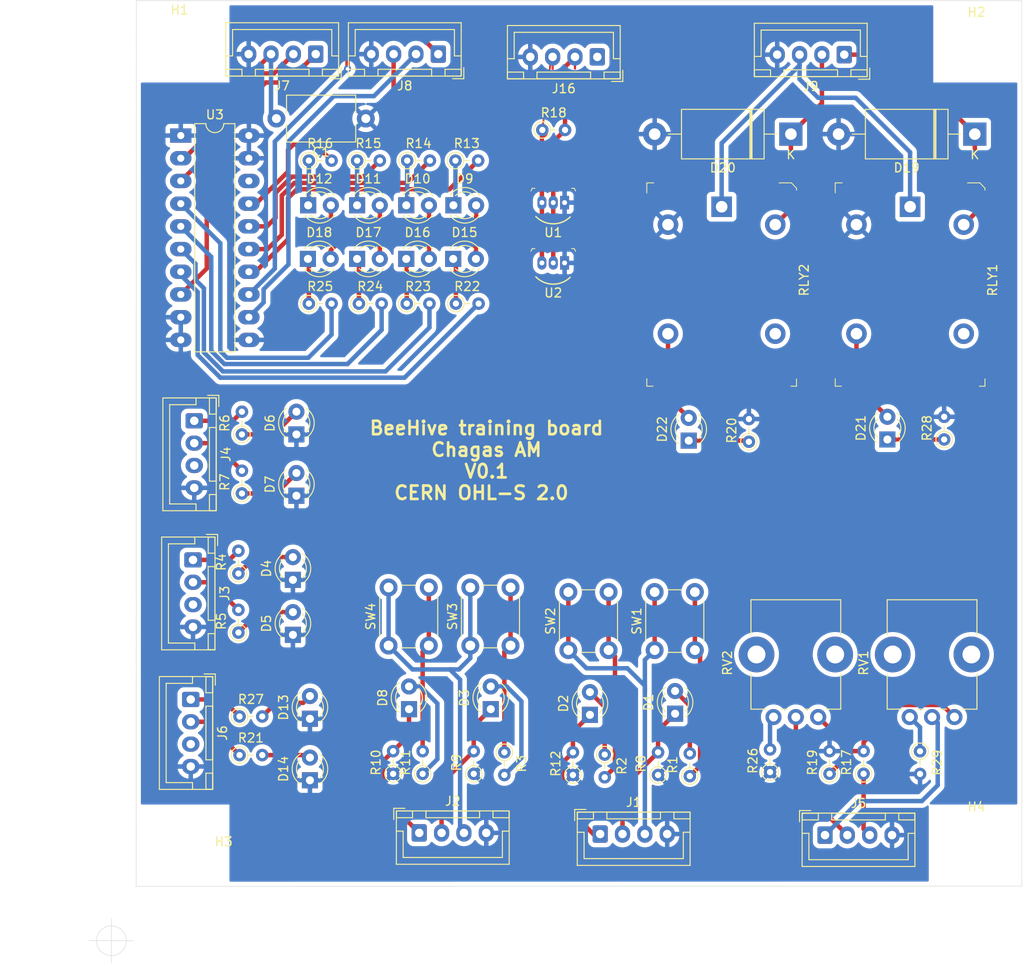
<source format=kicad_pcb>
(kicad_pcb (version 20211014) (generator pcbnew)
  (layers (0 "F.Cu" signal) (31 "B.Cu" signal) (34 "B.Paste" user) (35 "F.Paste" user) (36 "B.SilkS" user "B.Silkscreen") (37 "F.SilkS" user "F.Silkscreen") (38 "B.Mask" user) (39 "F.Mask" user) (44 "Edge.Cuts" user))
  (net 0 "")
  (net 1 "Net-(D1-Pad1)")
  (net 2 "Net-(D2-Pad1)")
  (net 3 "Net-(D2-Pad2)")
  (net 4 "Net-(D3-Pad1)")
  (net 5 "Net-(D3-Pad2)")
  (net 6 "GND")
  (net 7 "Net-(D4-Pad2)")
  (net 8 "Net-(D5-Pad2)")
  (net 9 "Net-(D6-Pad2)")
  (net 10 "Net-(D7-Pad2)")
  (net 11 "Net-(D8-Pad1)")
  (net 12 "Net-(D8-Pad2)")
  (net 13 "Net-(D9-Pad1)")
  (net 14 "Net-(D11-Pad1)")
  (net 15 "Net-(D13-Pad2)")
  (net 16 "Net-(J6-Pad2)")
  (net 17 "Net-(J6-Pad1)")
  (net 18 "Net-(D14-Pad2)")
  (net 19 "Net-(D15-Pad1)")
  (net 20 "Net-(D16-Pad1)")
  (net 21 "Net-(D17-Pad1)")
  (net 22 "+5V")
  (net 23 "Net-(J3-Pad2)")
  (net 24 "Net-(J3-Pad1)")
  (net 25 "Net-(J4-Pad1)")
  (net 26 "Net-(J4-Pad2)")
  (net 27 "Net-(J5-Pad1)")
  (net 28 "Net-(J5-Pad2)")
  (net 29 "Net-(J7-Pad1)")
  (net 30 "Net-(J8-Pad1)")
  (net 31 "Net-(R1-Pad1)")
  (net 32 "Net-(R2-Pad2)")
  (net 33 "Net-(R17-Pad2)")
  (net 35 "Net-(J16-Pad2)")
  (net 36 "Net-(R26-Pad2)")
  (net 39 "Net-(D1-Pad2)")
  (net 40 "Net-(D21-Pad1)")
  (net 41 "Net-(D21-Pad2)")
  (net 42 "Net-(D22-Pad2)")
  (net 43 "Net-(D22-Pad1)")
  (net 44 "Net-(J7-Pad2)")
  (net 45 "Net-(J8-Pad2)")
  (net 47 "Net-(D10-Pad1)")
  (net 48 "Net-(D12-Pad1)")
  (net 49 "Net-(R3-Pad1)")
  (net 50 "Net-(R11-Pad2)")
  (net 51 "Net-(D19-Pad1)")
  (net 52 "Net-(D20-Pad1)")
  (net 53 "Net-(D18-Pad1)")
  (net 54 "Net-(R13-Pad2)")
  (net 55 "Net-(R14-Pad2)")
  (net 56 "Net-(R15-Pad2)")
  (net 57 "Net-(R16-Pad2)")
  (net 58 "Net-(R22-Pad2)")
  (net 59 "Net-(R23-Pad2)")
  (net 60 "Net-(R24-Pad2)")
  (net 61 "Net-(R25-Pad2)")
  (net 62 "Net-(RV1-Pad3)")
  (footprint "LED_THT:LED_D3.0mm" (layer "F.Cu") (at 97.099 100.076 90)
    (fp_text reference "D1")
    (fp_text value "LED")
  )
  (footprint "LED_THT:LED_D3.0mm" (layer "F.Cu") (at 76.478 99.568 90)
    (fp_text reference "D3")
    (fp_text value "LED")
  )
  (footprint "LED_THT:LED_D3.0mm" (layer "F.Cu") (at 54.346 85.103 90)
    (fp_text reference "D4")
    (fp_text value "LED")
  )
  (footprint "LED_THT:LED_D3.0mm" (layer "F.Cu") (at 54.346 91.254 90)
    (fp_text reference "D5")
    (fp_text value "LED")
  )
  (footprint "LED_THT:LED_D3.0mm" (layer "F.Cu") (at 54.737 68.834 90)
    (fp_text reference "D6")
    (fp_text value "LED")
  )
  (footprint "LED_THT:LED_D3.0mm" (layer "F.Cu") (at 54.737 75.692 90)
    (fp_text reference "D7")
    (fp_text value "LED")
  )
  (footprint "LED_THT:LED_D3.0mm" (layer "F.Cu") (at 67.334 99.568 90)
    (fp_text reference "D8")
    (fp_text value "LED")
  )
  (footprint "LED_THT:LED_D3.0mm" (layer "F.Cu") (at 72.3 43.2)
    (fp_text reference "D9")
    (fp_text value "LED")
  )
  (footprint "LED_THT:LED_D3.0mm" (layer "F.Cu") (at 67.025 43.2)
    (fp_text reference "D10")
    (fp_text value "LED")
  )
  (footprint "LED_THT:LED_D3.0mm" (layer "F.Cu") (at 61.525 43.2)
    (fp_text reference "D11")
    (fp_text value "LED")
  )
  (footprint "LED_THT:LED_D3.0mm" (layer "F.Cu") (at 56.05 43.2)
    (fp_text reference "D12")
    (fp_text value "LED")
  )
  (footprint "LED_THT:LED_D3.0mm" (layer "F.Cu") (at 56.25 100.642 90)
    (fp_text reference "D13")
    (fp_text value "LED")
  )
  (footprint "LED_THT:LED_D3.0mm" (layer "F.Cu") (at 56.25 107.525 90)
    (fp_text reference "D14")
    (fp_text value "LED")
  )
  (footprint "LED_THT:LED_D3.0mm" (layer "F.Cu") (at 72.275 49.2)
    (fp_text reference "D15")
    (fp_text value "LED")
  )
  (footprint "LED_THT:LED_D3.0mm" (layer "F.Cu") (at 67.025 49.2)
    (fp_text reference "D16")
    (fp_text value "LED")
  )
  (footprint "LED_THT:LED_D3.0mm" (layer "F.Cu") (at 61.525 49.2)
    (fp_text reference "D17")
    (fp_text value "LED")
  )
  (footprint "LED_THT:LED_D3.0mm" (layer "F.Cu") (at 56.025 49.2)
    (fp_text reference "D18")
    (fp_text value "LED")
  )
  (footprint "Connector_JST:JST_XH_B4B-XH-A_1x04_P2.50mm_Vertical" (layer "F.Cu") (at 88.717 113.538)
    (fp_text reference "J1")
    (fp_text value "Conn_01x04")
  )
  (footprint "Connector_JST:JST_XH_B4B-XH-A_1x04_P2.50mm_Vertical" (layer "F.Cu") (at 68.477 113.411)
    (fp_text reference "J2")
    (fp_text value "Conn_01x04")
  )
  (footprint "Connector_JST:JST_XH_B4B-XH-A_1x04_P2.50mm_Vertical" (layer "F.Cu") (at 43.17 82.872 -90)
    (fp_text reference "J3")
    (fp_text value "Conn_01x04")
  )
  (footprint "Connector_JST:JST_XH_B4B-XH-A_1x04_P2.50mm_Vertical" (layer "F.Cu") (at 43.307 67.31 -90)
    (fp_text reference "J4")
    (fp_text value "Conn_01x04")
  )
  (footprint "Connector_JST:JST_XH_B4B-XH-A_1x04_P2.50mm_Vertical" (layer "F.Cu") (at 113.869999 113.657999)
    (fp_text reference "J5")
    (fp_text value "Conn_01x04")
  )
  (footprint "Resistor_THT:R_Axial_DIN0204_L3.6mm_D1.6mm_P2.54mm_Vertical" (layer "F.Cu") (at 98.75 107.061 90)
    (fp_text reference "R1")
    (fp_text value "220")
  )
  (footprint "Resistor_THT:R_Axial_DIN0204_L3.6mm_D1.6mm_P2.54mm_Vertical" (layer "F.Cu") (at 89.225 104.648 -90)
    (fp_text reference "R2")
    (fp_text value "220")
  )
  (footprint "Resistor_THT:R_Axial_DIN0204_L3.6mm_D1.6mm_P2.54mm_Vertical" (layer "F.Cu") (at 78.002 104.394 -90)
    (fp_text reference "R3")
    (fp_text value "220")
  )
  (footprint "Resistor_THT:R_Axial_DIN0204_L3.6mm_D1.6mm_P2.54mm_Vertical" (layer "F.Cu") (at 48.25 84.396 90)
    (fp_text reference "R4")
    (fp_text value "220")
  )
  (footprint "Resistor_THT:R_Axial_DIN0204_L3.6mm_D1.6mm_P2.54mm_Vertical" (layer "F.Cu") (at 48.25 91 90)
    (fp_text reference "R5")
    (fp_text value "220")
  )
  (footprint "Resistor_THT:R_Axial_DIN0204_L3.6mm_D1.6mm_P2.54mm_Vertical" (layer "F.Cu") (at 48.641 68.834 90)
    (fp_text reference "R6")
    (fp_text value "220")
  )
  (footprint "Resistor_THT:R_Axial_DIN0204_L3.6mm_D1.6mm_P2.54mm_Vertical" (layer "F.Cu") (at 48.641 75.438 90)
    (fp_text reference "R7")
    (fp_text value "220")
  )
  (footprint "Resistor_THT:R_Axial_DIN0204_L3.6mm_D1.6mm_P2.54mm_Vertical" (layer "F.Cu") (at 95.194 106.934 90)
    (fp_text reference "R8")
    (fp_text value "1k")
  )
  (footprint "Resistor_THT:R_Axial_DIN0204_L3.6mm_D1.6mm_P2.54mm_Vertical" (layer "F.Cu") (at 74.573 106.807 90)
    (fp_text reference "R9")
    (fp_text value "1k")
  )
  (footprint "Resistor_THT:R_Axial_DIN0204_L3.6mm_D1.6mm_P2.54mm_Vertical" (layer "F.Cu") (at 65.556 106.807 90)
    (fp_text reference "R10")
    (fp_text value "1k")
  )
  (footprint "Resistor_THT:R_Axial_DIN0204_L3.6mm_D1.6mm_P2.54mm_Vertical" (layer "F.Cu") (at 68.858 106.807 90)
    (fp_text reference "R11")
    (fp_text value "220")
  )
  (footprint "Resistor_THT:R_Axial_DIN0204_L3.6mm_D1.6mm_P2.54mm_Vertical" (layer "F.Cu") (at 85.669 106.934 90)
    (fp_text reference "R12")
    (fp_text value "1k")
  )
  (footprint "Resistor_THT:R_Axial_DIN0204_L3.6mm_D1.6mm_P2.54mm_Vertical" (layer "F.Cu") (at 72.53 38.2)
    (fp_text reference "R13")
    (fp_text value "560")
  )
  (footprint "Resistor_THT:R_Axial_DIN0204_L3.6mm_D1.6mm_P2.54mm_Vertical" (layer "F.Cu") (at 67.13 38.2)
    (fp_text reference "R14")
    (fp_text value "560")
  )
  (footprint "Resistor_THT:R_Axial_DIN0204_L3.6mm_D1.6mm_P2.54mm_Vertical" (layer "F.Cu") (at 61.53 38.2)
    (fp_text reference "R15")
    (fp_text value "560")
  )
  (footprint "Resistor_THT:R_Axial_DIN0204_L3.6mm_D1.6mm_P2.54mm_Vertical" (layer "F.Cu") (at 56.13 38.2)
    (fp_text reference "R16")
    (fp_text value "560")
  )
  (footprint "Resistor_THT:R_Axial_DIN0204_L3.6mm_D1.6mm_P2.54mm_Vertical" (layer "F.Cu") (at 118.187999 106.799999 90)
    (fp_text reference "R17")
    (fp_text value "220")
  )
  (footprint "Resistor_THT:R_Axial_DIN0204_L3.6mm_D1.6mm_P2.54mm_Vertical" (layer "F.Cu") (at 82.249 34.775)
    (fp_text reference "R18")
    (fp_text value "4.7k")
  )
  (footprint "Resistor_THT:R_Axial_DIN0204_L3.6mm_D1.6mm_P2.54mm_Vertical" (layer "F.Cu") (at 114.377999 106.799999 90)
    (fp_text reference "R19")
    (fp_text value "330")
  )
  (footprint "Resistor_THT:R_Axial_DIN0204_L3.6mm_D1.6mm_P2.54mm_Vertical" (layer "F.Cu") (at 105.356 69.654 90)
    (fp_text reference "R20")
    (fp_text value "560")
  )
  (footprint "Resistor_THT:R_Axial_DIN0204_L3.6mm_D1.6mm_P2.54mm_Vertical" (layer "F.Cu") (at 48.376 104.706)
    (fp_text reference "R21")
    (fp_text value "560")
  )
  (footprint "Resistor_THT:R_Axial_DIN0204_L3.6mm_D1.6mm_P2.54mm_Vertical" (layer "F.Cu") (at 72.58 54.2)
    (fp_text reference "R22")
    (fp_text value "560")
  )
  (footprint "Resistor_THT:R_Axial_DIN0204_L3.6mm_D1.6mm_P2.54mm_Vertical" (layer "F.Cu") (at 67.08 54.2)
    (fp_text reference "R23")
    (fp_text value "560")
  )
  (footprint "Resistor_THT:R_Axial_DIN0204_L3.6mm_D1.6mm_P2.54mm_Vertical" (layer "F.Cu") (at 61.73 54.2)
    (fp_text reference "R24")
    (fp_text value "560")
  )
  (footprint "Resistor_THT:R_Axial_DIN0204_L3.6mm_D1.6mm_P2.54mm_Vertical" (layer "F.Cu") (at 56.13 54.2)
    (fp_text reference "R25")
    (fp_text value "560")
  )
  (footprint "Potentiometer_THT:Potentiometer_Alps_RK09K_Single_Vertical" (layer "F.Cu") (at 128.347999 100.449999 90)
    (fp_text reference "RV1")
    (fp_text value "1k")
  )
  (footprint "Potentiometer_THT:Potentiometer_Alps_RK09K_Single_Vertical" (layer "F.Cu") (at 113.107999 100.449999 90)
    (fp_text reference "RV2")
    (fp_text value "1k")
  )
  (footprint "Button_Switch_THT:SW_PUSH_6mm" (layer "F.Cu") (at 94.813 92.964 90)
    (fp_text reference "SW1")
    (fp_text value "SW_Push")
  )
  (footprint "Button_Switch_THT:SW_PUSH_6mm" (layer "F.Cu") (at 85.161 92.964 90)
    (fp_text reference "SW2")
    (fp_text value "SW_Push")
  )
  (footprint "Button_Switch_THT:SW_PUSH_6mm" (layer "F.Cu") (at 74.192 92.456 90)
    (fp_text reference "SW3")
    (fp_text value "SW_Push")
  )
  (footprint "Button_Switch_THT:SW_PUSH_6mm" (layer "F.Cu") (at 65.048 92.456 90)
    (fp_text reference "SW4")
    (fp_text value "SW_Push")
  )
  (footprint "digikey-footprints:TO-92-3" (layer "F.Cu") (at 84.739 42.9 180)
    (fp_text reference "U1")
    (fp_text value "DS18S20_")
  )
  (footprint "digikey-footprints:TO-92-3" (layer "F.Cu") (at 84.739 49.65 180)
    (fp_text reference "U2")
    (fp_text value "DS18S20_")
  )
  (footprint "Connector_JST:JST_XH_B4B-XH-A_1x04_P2.50mm_Vertical" (layer "F.Cu") (at 88.4 26.6 180)
    (fp_text reference "J16")
    (fp_text value "Conn_01x04")
  )
  (footprint "Resistor_THT:R_Axial_DIN0204_L3.6mm_D1.6mm_P2.54mm_Vertical" (layer "F.Cu") (at 107.72 106.61 90)
    (fp_text reference "R26")
    (fp_text value "330")
  )
  (footprint "LED_THT:LED_D3.0mm" (layer "F.Cu") (at 87.574 100.203 90)
    (fp_text reference "D2")
    (fp_text value "LED")
  )
  (footprint "LED_THT:LED_D3.0mm" (layer "F.Cu") (at 120.85 69.4 90)
    (fp_text reference "D21")
    (fp_text value "LED")
  )
  (footprint "LED_THT:LED_D3.0mm" (layer "F.Cu") (at 98.625 69.527 90)
    (fp_text reference "D22")
    (fp_text value "LED")
  )
  (footprint "Connector_JST:JST_XH_B4B-XH-A_1x04_P2.50mm_Vertical" (layer "F.Cu") (at 56.896 26.289 180)
    (fp_text reference "J7")
    (fp_text value "Conn_01x04")
  )
  (footprint "Connector_JST:JST_XH_B4B-XH-A_1x04_P2.50mm_Vertical" (layer "F.Cu") (at 70.612 26.289 180)
    (fp_text reference "J8")
    (fp_text value "Conn_01x04")
  )
  (footprint "Connector_JST:JST_XH_B4B-XH-A_1x04_P2.50mm_Vertical" (layer "F.Cu") (at 116.024 26.347 180)
    (fp_text reference "J9")
    (fp_text value "Conn_01x04")
  )
  (footprint "Resistor_THT:R_Axial_DIN0204_L3.6mm_D1.6mm_P2.54mm_Vertical" (layer "F.Cu") (at 48.376 100.388)
    (fp_text reference "R27")
    (fp_text value "560")
  )
  (footprint "Resistor_THT:R_Axial_DIN0204_L3.6mm_D1.6mm_P2.54mm_Vertical" (layer "F.Cu") (at 127.2 69.4 90)
    (fp_text reference "R28")
    (fp_text value "560")
  )
  (footprint "digikey-footprints:Relay_THT_G5LE-14" (layer "F.Cu") (at 123.39 43.365 -90)
    (fp_text reference "RLY1")
    (fp_text value "G5LE-14_DC5")
  )
  (footprint "digikey-footprints:Relay_THT_G5LE-14" (layer "F.Cu") (at 102.308 43.365 -90)
    (fp_text reference "RLY2")
    (fp_text value "G5LE-14_DC5")
  )
  (footprint "Package_DIP:DIP-20_W7.62mm_LongPads" (layer "F.Cu") (at 41.8 35.4)
    (fp_text reference "U3")
    (fp_text value "TPIC6595")
  )
  (footprint "Connector_JST:JST_XH_B4B-XH-A_1x04_P2.50mm_Vertical" (layer "F.Cu") (at 42.915 98.483 -90)
    (fp_text reference "J6")
    (fp_text value "Conn_01x04")
  )
  (footprint "Diode_THT:D_DO-201AE_P15.24mm_Horizontal" (layer "F.Cu") (at 130.629 35.237 180)
    (fp_text reference "D19")
    (fp_text value "D_Schottky")
  )
  (footprint "Diode_THT:D_DO-201AE_P15.24mm_Horizontal" (layer "F.Cu") (at 110.055 35.237 180)
    (fp_text reference "D20")
    (fp_text value "D_Schottky")
  )
  (footprint "Resistor_THT:R_Axial_DIN0204_L3.6mm_D1.6mm_P2.54mm_Vertical" (layer "F.Cu") (at 124.5 104.28 -90)
    (fp_text reference "R29")
    (fp_text value "330")
  )
  (footprint "Capacitor_THT:C_Disc_D7.5mm_W5.0mm_P10.00mm" (layer "F.Cu") (at 62.5 33.5 180)
    (fp_text reference "C1")
    (fp_text value "100nf")
  )
  (footprint "MountingHole:MountingHole_3.2mm_M3_DIN965" (layer "F.Cu") (at 130.81 25.4)
    (fp_text reference "H2")
    (fp_text value "MountingHole")
  )
  (footprint "MountingHole:MountingHole_3.2mm_M3_DIN965" (layer "F.Cu") (at 41.91 114.3)
    (fp_text reference "H3")
    (fp_text value "MountingHole")
  )
  (footprint "MountingHole:MountingHole_3.2mm_M3_DIN965" (layer "F.Cu") (at 130.81 114.3)
    (fp_text reference "H4")
    (fp_text value "MountingHole")
  )
  (footprint "MountingHole:MountingHole_3.2mm_M3_DIN965" (layer "F.Cu") (at 41.656 25.146)
    (fp_text reference "H1")
    (fp_text value "MountingHole")
  )
  (gr_line (start 83.219 26.775) (end 82.249 34.775) (layer "F.Cu") (width 0.2))
  (gr_line (start 135.89 20.32) (end 36.83 20.32) (layer "Edge.Cuts") (width 0.05))
  (gr_line (start 135.89 119.38) (end 135.89 20.32) (layer "Edge.Cuts") (width 0.05))
  (gr_line (start 36.81 119.38) (end 135.89 119.36) (layer "Edge.Cuts") (width 0.05))
  (gr_line (start 36.83 20.3) (end 36.81 119.38) (layer "Edge.Cuts") (width 0.05))
  (gr_text "BeeHive training board\nChagas AM\nV0.1\nCERN OHL-S 2.0 " (at 76 71.75) (layer "F.SilkS") (effects (font (size 1.5 1.5) (thickness 0.3))))
  (target plus (at 34.036 125.476) (size 5) (width 0.05) (layer "Edge.Cuts"))
  (segment (start 95.194 104.394) (end 91.217 108.371) (width 0.5) (layer "F.Cu") (net 1))
  (segment (start 95.194 101.981) (end 97.099 100.076) (width 0.5) (layer "F.Cu") (net 1))
  (segment (start 95.194 104.394) (end 95.194 101.981) (width 0.5) (layer "F.Cu") (net 1))
  (segment (start 91.217 108.371) (end 91.217 113.538) (width 0.5) (layer "F.Cu") (net 1))
  (segment (start 87.955 113.538) (end 84.518999 110.101999) (width 0.5) (layer "F.Cu") (net 2))
  (segment (start 88.717 113.538) (end 87.955 113.538) (width 0.5) (layer "F.Cu") (net 2))
  (segment (start 84.518999 110.101999) (end 84.518999 105.544001) (width 0.5) (layer "F.Cu") (net 2))
  (segment (start 84.518999 105.544001) (end 85.669 104.394) (width 0.5) (layer "F.Cu") (net 2))
  (segment (start 85.669 102.108) (end 87.574 100.203) (width 0.5) (layer "F.Cu") (net 2))
  (segment (start 85.669 104.394) (end 85.669 102.108) (width 0.5) (layer "F.Cu") (net 2))
  (segment (start 89.225 99.314) (end 87.574 97.663) (width 0.5) (layer "F.Cu") (net 3))
  (segment (start 89.225 104.648) (end 89.225 99.314) (width 0.5) (layer "F.Cu") (net 3))
  (segment (start 74.573 104.267) (end 74.573 101.473) (width 0.5) (layer "F.Cu") (net 4))
  (segment (start 74.573 104.267) (end 70.977 107.863) (width 0.5) (layer "F.Cu") (net 4))
  (segment (start 74.573 101.473) (end 76.478 99.568) (width 0.5) (layer "F.Cu") (net 4))
  (segment (start 70.977 107.863) (end 70.977 113.411) (width 0.5) (layer "F.Cu") (net 4))
  (segment (start 76.478 97.028) (end 78.256 97.028) (width 0.5) (layer "B.Cu") (net 5))
  (segment (start 79.907 98.679) (end 79.907 105.029) (width 0.5) (layer "B.Cu") (net 5))
  (segment (start 79.907 105.029) (end 78.002 106.934) (width 0.5) (layer "B.Cu") (net 5))
  (segment (start 78.256 97.028) (end 79.907 98.679) (width 0.5) (layer "B.Cu") (net 5))
  (segment (start 54.346 82.563) (end 54.341 82.558) (width 0.5) (layer "F.Cu") (net 7))
  (segment (start 54.341 82.558) (end 50.088 82.558) (width 0.5) (layer "F.Cu") (net 7))
  (segment (start 50.088 82.558) (end 48.25 84.396) (width 0.5) (layer "F.Cu") (net 7))
  (segment (start 54.346 88.714) (end 50.536 88.714) (width 0.5) (layer "F.Cu") (net 8))
  (segment (start 50.536 88.714) (end 48.25 91) (width 0.5) (layer "F.Cu") (net 8))
  (segment (start 52.197 68.834) (end 54.737 66.294) (width 0.5) (layer "F.Cu") (net 9))
  (segment (start 48.641 68.834) (end 52.197 68.834) (width 0.5) (layer "F.Cu") (net 9))
  (segment (start 48.641 75.438) (end 52.451 75.438) (width 0.5) (layer "F.Cu") (net 10))
  (segment (start 52.451 75.438) (end 54.737 73.152) (width 0.5) (layer "F.Cu") (net 10))
  (segment (start 64.405999 109.339999) (end 68.477 113.411) (width 0.5) (layer "F.Cu") (net 11))
  (segment (start 67.334 99.568) (end 67.334 102.489) (width 0.5) (layer "F.Cu") (net 11))
  (segment (start 65.556 104.267) (end 64.405999 105.417001) (width 0.5) (layer "F.Cu") (net 11))
  (segment (start 67.334 102.489) (end 65.556 104.267) (width 0.5) (layer "F.Cu") (net 11))
  (segment (start 64.405999 105.417001) (end 64.405999 109.339999) (width 0.5) (layer "F.Cu") (net 11))
  (segment (start 67.334 99.568) (end 67.334 102.616) (width 0.25) (layer "F.Cu") (net 11))
  (segment (start 70.509 98.933) (end 70.509 105.156) (width 0.5) (layer "B.Cu") (net 12))
  (segment (start 67.334 97.028) (end 68.604 97.028) (width 0.5) (layer "B.Cu") (net 12))
  (segment (start 70.509 105.156) (end 68.858 106.807) (width 0.5) (layer "B.Cu") (net 12))
  (segment (start 68.604 97.028) (end 70.509 98.933) (width 0.5) (layer "B.Cu") (net 12))
  (segment (start 72.53 42.97) (end 72.3 43.2) (width 0.5) (layer "B.Cu") (net 13))
  (segment (start 72.53 38.2) (end 72.53 42.97) (width 0.5) (layer "B.Cu") (net 13))
  (segment (start 61.53 38.2) (end 61.53 43.195) (width 0.5) (layer "B.Cu") (net 14))
  (segment (start 61.53 43.195) (end 61.525 43.2) (width 0.5) (layer "B.Cu") (net 14))
  (segment (start 52.44 98.864) (end 55.488 98.864) (width 0.5) (layer "F.Cu") (net 15))
  (segment (start 50.916 100.388) (end 52.44 98.864) (width 0.5) (layer "F.Cu") (net 15))
  (segment (start 55.488 98.864) (end 56.25 98.102) (width 0.5) (layer "F.Cu") (net 15))
  (segment (start 44.653 100.983) (end 42.915 100.983) (width 0.5) (layer "F.Cu") (net 16))
  (segment (start 48.376 104.706) (end 44.653 100.983) (width 0.5) (layer "F.Cu") (net 16))
  (segment (start 42.915 98.483) (end 46.471 98.483) (width 0.5) (layer "F.Cu") (net 17))
  (segment (start 46.471 98.483) (end 48.376 100.388) (width 0.5) (layer "F.Cu") (net 17))
  (segment (start 50.916 104.706) (end 55.971 104.706) (width 0.5) (layer "F.Cu") (net 18))
  (segment (start 55.971 104.706) (end 56.25 104.985) (width 0.5) (layer "F.Cu") (net 18))
  (segment (start 72.58 54.2) (end 72.58 49.505) (width 0.5) (layer "F.Cu") (net 19))
  (segment (start 72.58 49.505) (end 72.275 49.2) (width 0.5) (layer "F.Cu") (net 19))
  (segment (start 67.08 54.2) (end 67.08 49.255) (width 0.5) (layer "F.Cu") (net 20))
  (segment (start 67.08 49.255) (end 67.025 49.2) (width 0.5) (layer "F.Cu") (net 20))
  (segment (start 61.73 54.2) (end 61.73 49.405) (width 0.5) (layer "F.Cu") (net 21))
  (segment (start 61.73 49.405) (end 61.525 49.2) (width 0.5) (layer "F.Cu") (net 21))
  (segment (start 78 37) (end 78 45) (width 0.5) (layer "F.Cu") (net 22))
  (segment (start 42.2 37.94) (end 44.704 35.436) (width 0.5) (layer "F.Cu") (net 22))
  (segment (start 75.5 34.5) (end 78 37) (width 0.5) (layer "F.Cu") (net 22))
  (segment (start 68.4 46) (end 67.792 46) (width 0.5) (layer "F.Cu") (net 22))
  (segment (start 82.199 49.65) (end 82.199 43.326516) (width 0.5) (layer "F.Cu") (net 22))
  (segment (start 82.199 43.326516) (end 82.197407 43.324923) (width 0.5) (layer "F.Cu") (net 22))
  (segment (start 74.84 43.2) (end 74.84 44.96) (width 0.5) (layer "F.Cu") (net 22))
  (segment (start 64.065 44.735) (end 64.065 43.2) (width 0.5) (layer "F.Cu") (net 22))
  (segment (start 72.924 46) (end 74.815 47.891) (width 0.5) (layer "F.Cu") (net 22))
  (segment (start 69.565 44.835) (end 68.4 46) (width 0.5) (layer "F.Cu") (net 22))
  (segment (start 65.6 46) (end 64.065 47.535) (width 0.5) (layer "F.Cu") (net 22))
  (segment (start 72.924 46) (end 68.4 46) (width 0.5) (layer "F.Cu") (net 22))
  (segment (start 83.4 27.95) (end 83.4 26.6) (width 0.25) (layer "F.Cu") (net 22))
  (segment (start 58.59 43.2) (end 58.59 44.79) (width 0.5) (layer "F.Cu") (net 22))
  (segment (start 74.84 44.96) (end 73.8 46) (width 0.5) (layer "F.Cu") (net 22))
  (segment (start 77 46) (end 73.8 46) (width 0.5) (layer "F.Cu") (net 22))
  (segment (start 44.704 35.436) (end 44.704 33.481) (width 0.5) (layer "F.Cu") (net 22))
  (segment (start 60.8 46) (end 58.565 48.235) (width 0.5) (layer "F.Cu") (net 22))
  (segment (start 73.8 46) (end 72.924 46) (width 0.5) (layer "F.Cu") (net 22))
  (segment (start 78 45) (end 77 46) (width 0.5) (layer "F.Cu") (net 22))
  (segment (start 70 34.5) (end 75.5 34.5) (width 0.5) (layer "F.Cu") (net 22))
  (segment (start 59.8 46) (end 60.8 46) (width 0.5) (layer "F.Cu") (net 22))
  (segment (start 118.187999 112.975999) (end 118.869999 113.657999) (width 0.5) (layer "F.Cu") (net 22))
  (segment (start 67.792 46) (end 68.352 46) (width 0.5) (layer "F.Cu") (net 22))
  (segment (start 85.161 86.464) (end 85.161 92.964) (width 0.5) (layer "F.Cu") (net 22))
  (segment (start 68.352 46) (end 69.565 47.213) (width 0.5) (layer "F.Cu") (net 22))
  (segment (start 69.565 47.213) (end 69.565 49.2) (width 0.5) (layer "F.Cu") (net 22))
  (segment (start 65.612 30.112) (end 70 34.5) (width 0.5) (layer "F.Cu") (net 22))
  (segment (start 58.59 44.79) (end 59.8 46) (width 0.5) (layer "F.Cu") (net 22))
  (segment (start 60.8 46) (end 62.8 46) (width 0.5) (layer "F.Cu") (net 22))
  (segment (start 65.612 26.289) (end 65.612 30.112) (width 0.5) (layer "F.Cu") (net 22))
  (segment (start 67.792 46) (end 66 46) (width 0.5) (layer "F.Cu") (net 22))
  (segment (start 44.704 33.481) (end 51.896 26.289) (width 0.5) (layer "F.Cu") (net 22))
  (segment (start 69.565 43.2) (end 69.565 44.835) (width 0.5) (layer "F.Cu") (net 22))
  (segment (start 82.199 42.9) (end 82.199 35.597162) (width 0.5) (layer "F.Cu") (net 22))
  (segment (start 41.8 37.94) (end 42.2 37.94) (width 0.5) (layer "F.Cu") (net 22))
  (segment (start 74.815 47.891) (end 74.815 49.2) (width 0.5) (layer "F.Cu") (net 22))
  (segment (start 58.565 48.235) (end 58.565 49.2) (width 0.5) (layer "F.Cu") (net 22))
  (segment (start 64.065 47.535) (end 64.065 49.2) (width 0.5) (layer "F.Cu") (net 22))
  (segment (start 62.8 46) (end 64.065 44.735) (width 0.5) (layer "F.Cu") (net 22))
  (segment (start 82.199 35.597162) (end 82.588268 35.207894) (width 0.5) (layer "F.Cu") (net 22))
  (segment (start 118.187999 106.799999) (end 118.187999 112.975999) (width 0.5) (layer "F.Cu") (net 22))
  (segment (start 66 46) (end 65.6 46) (width 0.5) (layer "F.Cu") (net 22))
  (segment (start 94.813 86.464) (end 94.813 92.964) (width 0.5) (layer "F.Cu") (net 22))
  (segment (start 66 46) (end 62.8 46) (width 0.5) (layer "F.Cu") (net 22))
  (segment (start 87.193 94.996) (end 85.161 92.964) (width 0.5) (layer "B.Cu") (net 22))
  (segment (start 71.906 95.123) (end 67.715 95.123) (width 0.5) (layer "B.Cu") (net 22))
  (segment (start 74.192 92.456) (end 74.192 85.956) (width 0.5) (layer "B.Cu") (net 22))
  (segment (start 93.717 113.538) (end 93.717 97.616) (width 0.5) (layer "B.Cu") (net 22))
  (segment (start 93.717 97.616) (end 93.717 96.948) (width 0.5) (layer "B.Cu") (net 22))
  (segment (start 111.024 27.537) (end 102.308 36.253) (width 0.5) (layer "B.Cu") (net 22))
  (segment (start 51.896 26.289) (end 51.896 32.896) (width 0.5) (layer "B.Cu") (net 22))
  (segment (start 73.477 113.411) (end 73.049 112.983) (width 0.5) (layer "B.Cu") (net 22))
  (segment (start 123.39 37.269) (end 123.39 43.365) (width 0.5) (layer "B.Cu") (net 22))
  (segment (start 93.717 96.44) (end 93.717 94.06) (width 0.5) (layer "B.Cu") (net 22))
  (segment (start 111.024 26.347) (end 111.024 27.537) (width 0.5) (layer "B.Cu") (net 22))
  (segment (start 111.024 26.347) (end 111.024 29.094) (width 0.5) (layer "B.Cu") (net 22))
  (segment (start 65.048 92.456) (end 65.048 85.956) (width 0.5) (layer "B.Cu") (net 22))
  (segment (start 67.715 95.123) (end 65.048 92.456) (width 0.5) (layer "B.Cu") (net 22))
  (segment (start 102.308 36.253) (end 102.308 43.365) (width 0.5) (layer "B.Cu") (net 22))
  (segment (start 71.906 95.123) (end 72.922 95.123) (width 0.5) (layer "B.Cu") (net 22))
  (segment (start 113.103 31.173) (end 117.294 31.173) (width 0.5) (layer "B.Cu") (net 22))
  (segment (start 93.717 97.616) (end 93.717 96.44) (width 0.5) (layer "B.Cu") (net 22))
  (segment (start 117.294 31.173) (end 123.39 37.269) (width 0.5) (layer "B.Cu") (net 22))
  (segment (start 91.765 94.996) (end 87.193 94.996) (width 0.5) (layer "B.Cu") (net 22))
  (segment (start 111.024 29.094) (end 113.103 31.173) (width 0.5) (layer "B.Cu") (net 22))
  (segment (start 51.896 32.896) (end 52.5 33.5) (width 0.5) (layer "B.Cu") (net 22))
  (segment (start 72.922 95.123) (end 74.192 93.853) (width 0.5) (layer "B.Cu") (net 22))
  (segment (start 73.049 112.983) (end 73.049 96.266) (width 0.5) (layer "B.Cu") (net 22))
  (segment (start 74.192 93.853) (end 74.192 92.456) (width 0.5) (layer "B.Cu") (net 22))
  (segment (start 73.049 96.266) (end 71.906 95.123) (width 0.5) (layer "B.Cu") (net 22))
  (segment (start 93.717 94.06) (end 94.813 92.964) (width 0.5) (layer "B.Cu") (net 22))
  (segment (start 93.717 96.948) (end 91.765 94.996) (width 0.5) (layer "B.Cu") (net 22))
  (segment (start 42.916 85.372) (end 45.162 85.372) (width 0.5) (layer "F.Cu") (net 23))
  (segment (start 45.162 85.372) (end 48.25 88.46) (width 0.5) (layer "F.Cu") (net 23))
  (segment (start 42.916 82.872) (end 47.234 82.872) (width 0.5) (layer "F.Cu") (net 24))
  (segment (start 47.234 82.872) (end 48.25 81.856) (width 0.5) (layer "F.Cu") (net 24))
  (segment (start 47.625 67.31) (end 48.641 66.294) (width 0.5) (layer "F.Cu") (net 25))
  (segment (start 43.307 67.31) (end 47.625 67.31) (width 0.5) (layer "F.Cu") (net 25))
  (segment (start 43.307 69.81) (end 45.553 69.81) (width 0.5) (layer "F.Cu") (net 26))
  (segment (start 45.553 69.81) (end 48.641 72.898) (width 0.5) (layer "F.Cu") (net 26))
  (segment (start 126.48 108.08) (end 126.48 101.082) (width 0.5) (layer "B.Cu") (net 27))
  (segment (start 126.48 101.082) (end 125.847999 100.449999) (width 0.5) (layer "B.Cu") (net 27))
  (segment (start 117.679999 109.847999) (end 124.712001 109.847999) (width 0.5) (layer "B.Cu") (net 27))
  (segment (start 124.712001 109.847999) (end 126.48 108.08) (width 0.5) (layer "B.Cu") (net 27))
  (segment (start 113.869999 113.657999) (end 117.679999 109.847999) (width 0.5) (layer "B.Cu") (net 27))
  (segment (start 110.607999 107.895999) (end 110.607999 100.449999) (width 0.5) (layer "F.Cu") (net 28))
  (segment (start 116.369999 113.657999) (end 110.607999 107.895999) (width 0.5) (layer "F.Cu") (net 28))
  (segment (start 46.736 34.036) (end 51.308 29.464) (width 0.5) (layer "F.Cu") (net 29))
  (segment (start 51.308 29.464) (end 53.721 29.464) (width 0.5) (layer "F.Cu") (net 29))
  (segment (start 44.704 50.276) (end 44.704 38.58127) (width 0.5) (layer "F.Cu") (net 29))
  (segment (start 46.736 36.54927) (end 46.736 34.036) (width 0.5) (layer "F.Cu") (net 29))
  (segment (start 44.704 38.58127) (end 46.736 36.54927) (width 0.5) (layer "F.Cu") (net 29))
  (segment (start 41.8 53.18) (end 44.704 50.276) (width 0.5) (layer "F.Cu") (net 29))
  (segment (start 53.721 29.464) (end 56.896 26.289) (width 0.5) (layer "F.Cu") (net 29))
  (segment (start 60.452 26.416) (end 63.5 23.368) (width 0.5) (layer "F.Cu") (net 30))
  (segment (start 70.612 26.289) (end 70.612 26.797) (width 0.5) (layer "F.Cu") (net 30))
  (segment (start 67.691 23.368) (end 70.612 26.289) (width 0.5) (layer "F.Cu") (net 30))
  (segment (start 63.5 23.368) (end 67.691 23.368) (width 0.5) (layer "F.Cu") (net 30))
  (segment (start 60.452 27.94) (end 60.452 26.416) (width 0.5) (layer "F.Cu") (net 30))
  (via (at 60.452 27.94) (size 0.8) (drill 0.4) (layers "F.Cu" "B.Cu") (net 30))
  (segment (start 49.42 53.18) (end 52.324 50.276) (width 0.5) (layer "B.Cu") (net 30))
  (segment (start 52.324 36.068) (end 60.452 27.94) (width 0.5) (layer "B.Cu") (net 30))
  (segment (start 52.324 50.276) (end 52.324 36.068) (width 0.5) (layer "B.Cu") (net 30))
  (segment (start 98.75 107.061) (end 99.900001 105.910999) (width 0.5) (layer "F.Cu") (net 31))
  (segment (start 99.313 92.964) (end 99.313 86.464) (width 0.5) (layer "F.Cu") (net 31))
  (segment (start 99.900001 105.910999) (end 99.900001 93.551001) (width 0.5) (layer "F.Cu") (net 31))
  (segment (start 99.900001 93.551001) (end 99.313 92.964) (width 0.5) (layer "F.Cu") (net 31))
  (segment (start 90.375001 106.037999) (end 90.375001 93.678001) (width 0.5) (layer "F.Cu") (net 32))
  (segment (start 89.661 86.464) (end 89.661 92.964) (width 0.5) (layer "F.Cu") (net 32))
  (segment (start 90.375001 93.678001) (end 89.661 92.964) (width 0.5) (layer "F.Cu") (net 32))
  (segment (start 89.225 107.188) (end 90.375001 106.037999) (width 0.5) (layer "F.Cu") (net 32))
  (segment (start 118.187999 104.259999) (end 118.187999 103.27005) (width 0.5) (layer "F.Cu") (net 33))
  (segment (start 118.187999 104.259999) (end 116.917999 104.259999) (width 0.5) (layer "F.Cu") (net 33))
  (segment (start 116.917999 104.259999) (end 114.377999 106.799999) (width 0.5) (layer "F.Cu") (net 33))
  (segment (start 122.358051 99.099998) (end 126.997998 99.099998) (width 0.5) (layer "F.Cu") (net 33))
  (segment (start 116.917999 104.259999) (end 113.107999 100.449999) (width 0.5) (layer "F.Cu") (net 33))
  (segment (start 118.187999 103.27005) (end 122.358051 99.099998) (width 0.5) (layer "F.Cu") (net 33))
  (segment (start 126.997998 99.099998) (end 128.347999 100.449999) (width 0.5) (layer "F.Cu") (net 33))
  (segment (start 83.469 42.9) (end 83.469 36.095) (width 0.5) (layer "F.Cu") (net 35))
  (segment (start 84.789 34.775) (end 84.789 27.711) (width 0.5) (layer "F.Cu") (net 35))
  (segment (start 83.469 36.095) (end 84.789 34.775) (width 0.5) (layer "F.Cu") (net 35))
  (segment (start 84.789 27.711) (end 85.9 26.6) (width 0.5) (layer "F.Cu") (net 35))
  (segment (start 83.469 49.65) (end 83.469 42.9) (width 0.5) (layer "F.Cu") (net 35))
  (segment (start 85.9 26.6) (end 85.9 27.91) (width 0.25) (layer "F.Cu") (net 35))
  (segment (start 107.72 100.837998) (end 108.107999 100.449999) (width 0.5) (layer "B.Cu") (net 36))
  (segment (start 107.72 104.07) (end 107.72 100.837998) (width 0.5) (layer "B.Cu") (net 36))
  (segment (start 98.75 99.187) (end 98.75 104.521) (width 0.5) (layer "F.Cu") (net 39))
  (segment (start 97.099 97.536) (end 98.75 99.187) (width 0.5) (layer "F.Cu") (net 39))
  (segment (start 120.85 69.4) (end 127.2 69.4) (width 0.5) (layer "F.Cu") (net 40))
  (segment (start 117.39 57.565) (end 117.39 63.4) (width 0.5) (layer "F.Cu") (net 41))
  (segment (start 117.39 63.4) (end 120.85 66.86) (width 0.5) (layer "F.Cu") (net 41))
  (segment (start 96.308 57.565) (end 96.308 64.67) (width 0.5) (layer "F.Cu") (net 42))
  (segment (start 96.308 64.67) (end 98.625 66.987) (width 0.5) (layer "F.Cu") (net 42))
  (segment (start 105.229 69.527) (end 105.356 69.654) (width 0.5) (layer "F.Cu") (net 43))
  (segment (start 98.625 69.527) (end 105.229 69.527) (width 0.5) (layer "F.Cu") (net 43))
  (segment (start 41.8 40.48) (end 41.816 40.48) (width 0.5) (layer "F.Cu") (net 44))
  (segment (start 50.8 28.448) (end 52.237 28.448) (width 0.5) (layer "F.Cu") (net 44))
  (segment (start 45.72 36.576) (end 45.72 33.528) (width 0.5) (layer "F.Cu") (net 44))
  (segment (start 52.237 28.448) (end 54.396 26.289) (width 0.5) (layer "F.Cu") (net 44))
  (segment (start 41.816 40.48) (end 45.72 36.576) (width 0.5) (layer "F.Cu") (net 44))
  (segment (start 45.72 33.528) (end 50.8 28.448) (width 0.5) (layer "F.Cu") (net 44))
  (segment (start 63.413 30.988) (end 68.112 26.289) (width 0.5) (layer "B.Cu") (net 45))
  (segment (start 51.06952 52.59352) (end 53.848 49.81504) (width 0.5) (layer "B.Cu") (net 45))
  (segment (start 53.848 36.068) (end 58.928 30.988) (width 0.5) (layer "B.Cu") (net 45))
  (segment (start 49.42 55.72) (end 51.06952 54.07048) (width 0.5) (layer "B.Cu") (net 45))
  (segment (start 51.06952 54.07048) (end 51.06952 52.59352) (width 0.5) (layer "B.Cu") (net 45))
  (segment (start 53.848 49.81504) (end 53.848 36.068) (width 0.5) (layer "B.Cu") (net 45))
  (segment (start 58.928 30.988) (end 63.413 30.988) (width 0.5) (layer "B.Cu") (net 45))
  (segment (start 67.13 43.095) (end 67.025 43.2) (width 0.5) (layer "B.Cu") (net 47))
  (segment (start 67.13 38.2) (end 67.13 43.095) (width 0.5) (layer "B.Cu") (net 47))
  (segment (start 56.13 38.2) (end 56.13 43.12) (width 0.5) (layer "B.Cu") (net 48))
  (segment (start 56.13 43.12) (end 56.05 43.2) (width 0.5) (layer "B.Cu") (net 48))
  (segment (start 78.692 92.456) (end 78.692 85.956) (width 0.5) (layer "F.Cu") (net 49))
  (segment (start 78.002 93.146) (end 78.692 92.456) (width 0.5) (layer "F.Cu") (net 49))
  (segment (start 78.002 104.394) (end 78.002 93.146) (width 0.5) (layer "F.Cu") (net 49))
  (segment (start 68.858 93.146) (end 69.548 92.456) (width 0.5) (layer "F.Cu") (net 50))
  (segment (start 68.858 104.267) (end 68.858 93.146) (width 0.5) (layer "F.Cu") (net 50))
  (segment (start 69.548 85.956) (end 69.548 92.456) (width 0.5) (layer "F.Cu") (net 50))
  (segment (start 130.629 44.126) (end 129.39 45.365) (width 0.5) (layer "F.Cu") (net 51))
  (segment (start 130.629 35.237) (end 130.629 44.126) (width 0.5) (layer "F.Cu") (net 51))
  (segment (start 116.024 26.347) (end 121.739 26.347) (width 0.5) (layer "F.Cu") (net 51))
  (segment (start 121.739 26.347) (end 130.629 35.237) (width 0.5) (layer "F.Cu") (net 51))
  (segment (start 110.055 43.618) (end 108.308 45.365) (width 0.5) (layer "F.Cu") (net 52))
  (segment (start 110.055 35.237) (end 110.055 43.618) (width 0.5) (layer "F.Cu") (net 52))
  (segment (start 113.524 31.768) (end 110.055 35.237) (width 0.5) (layer "F.Cu") (net 52))
  (segment (start 113.524 26.347) (end 113.524 31.768) (width 0.5) (layer "F.Cu") (net 52))
  (segment (start 56.13 54.2) (end 56.13 49.305) (width 0.5) (layer "F.Cu") (net 53))
  (segment (start 56.13 49.305) (end 56.025 49.2) (width 0.5) (layer "F.Cu") (net 53))
  (segment (start 71.87 41.4) (end 75.07 38.2) (width 0.5) (layer "F.Cu") (net 54))
  (segment (start 50.16 50.64) (end 53.8 47) (width 0.5) (layer "F.Cu") (net 54))
  (segment (start 53.8 42.4) (end 54.8 41.4) (width 0.5) (layer "F.Cu") (net 54))
  (segment (start 49.42 50.64) (end 50.16 50.64) (width 0.5) (layer "F.Cu") (net 54))
  (segment (start 53.8 47) (end 53.8 42.4) (width 0.5) (layer "F.Cu") (net 54))
  (segment (start 54.8 41.4) (end 71.87 41.4) (width 0.5) (layer "F.Cu") (net 54))
  (segment (start 53.1 42.11005) (end 54.51005 40.7) (width 0.5) (layer "F.Cu") (net 55))
  (segment (start 51.5 48.1) (end 53.1 46.5) (width 0.5) (layer "F.Cu") (net 55))
  (segment (start 53.1 46.5) (end 53.1 42.11005) (width 0.5) (layer "F.Cu") (net 55))
  (segment (start 67.17 40.7) (end 69.67 38.2) (width 0.5) (layer "F.Cu") (net 55))
  (segment (start 54.51005 40.7) (end 67.17 40.7) (width 0.5) (layer "F.Cu") (net 55))
  (segment (start 49.42 48.1) (end 51.5 48.1) (width 0.5) (layer "F.Cu") (net 55))
  (segment (start 52.4 41.820101) (end 54.220101 40) (width 0.5) (layer "F.Cu") (net 56))
  (segment (start 62.27 40) (end 64.07 38.2) (width 0.5) (layer "F.Cu") (net 56))
  (segment (start 51.44 45.56) (end 52.4 44.6) (width 0.5) (layer "F.Cu") (net 56))
  (segment (start 49.42 45.56) (end 51.44 45.56) (width 0.5) (layer "F.Cu") (net 56))
  (segment (start 54.220101 40) (end 62.27 40) (width 0.5) (layer "F.Cu") (net 56))
  (segment (start 52.4 44.6) (end 52.4 41.820101) (width 0.5) (layer "F.Cu") (net 56))
  (segment (start 53.8 39.430151) (end 53.8 37) (width 0.5) (layer "F.Cu") (net 57))
  (segment (start 54.4 36.4) (end 56.87 36.4) (width 0.5) (layer "F.Cu") (net 57))
  (segment (start 50.210151 43.02) (end 53.8 39.430151) (width 0.5) (layer "F.Cu") (net 57))
  (segment (start 49.42 43.02) (end 50.210151 43.02) (width 0.5) (layer "F.Cu") (net 57))
  (segment (start 53.8 37) (end 54.4 36.4) (width 0.5) (layer "F.Cu") (net 57))
  (segment (start 56.87 36.4) (end 58.67 38.2) (width 0.5) (layer "F.Cu") (net 57))
  (segment (start 41.8 50.64) (end 41.8 51.012912) (width 0.5) (layer "B.Cu") (net 58))
  (segment (start 43.688 52.900912) (end 43.688 59.944) (width 0.5) (layer "B.Cu") (net 58))
  (segment (start 41.8 51.012912) (end 43.688 52.900912) (width 0.5) (layer "B.Cu") (net 58))
  (segment (start 43.688 59.944) (end 46.228 62.484) (width 0.5) (layer "B.Cu") (net 58))
  (segment (start 66.836 62.484) (end 75.12 54.2) (width 0.5) (layer "B.Cu") (net 58))
  (segment (start 46.228 62.484) (end 66.836 62.484) (width 0.5) (layer "B.Cu") (net 58))
  (segment (start 69.62 56.872) (end 69.62 54.2) (width 0.5) (layer "B.Cu") (net 59))
  (segment (start 64.70752 61.78448) (end 69.62 56.872) (width 0.5) (layer "B.Cu") (net 59))
  (segment (start 41.8 48.1) (end 43.44952 49.74952) (width 0.5) (layer "B.Cu") (net 59))
  (segment (start 46.51775 61.78448) (end 64.70752 61.78448) (width 0.5) (layer "B.Cu") (net 59))
  (segment (start 43.44952 49.74952) (end 43.44952 51.54648) (width 0.5) (layer "B.Cu") (net 59))
  (segment (start 44.387519 52.484479) (end 44.387519 59.654249) (width 0.5) (layer "B.Cu") (net 59))
  (segment (start 44.387519 59.654249) (end 46.51775 61.78448) (width 0.5) (layer "B.Cu") (net 59))
  (segment (start 43.44952 51.54648) (end 44.387519 52.484479) (width 0.5) (layer "B.Cu") (net 59))
  (segment (start 64.27 57.142) (end 64.27 54.2) (width 0.5) (layer "B.Cu") (net 60))
  (segment (start 45.212 59.48946) (end 46.68254 60.96) (width 0.5) (layer "B.Cu") (net 60))
  (segment (start 60.452 60.96) (end 64.27 57.142) (width 0.5) (layer "B.Cu") (net 60))
  (segment (start 45.212 48.972) (end 45.212 59.48946) (width 0.5) (layer "B.Cu") (net 60))
  (segment (start 46.68254 60.96) (end 60.452 60.96) (width 0.5) (layer "B.Cu") (net 60))
  (segment (start 41.8 45.56) (end 45.212 48.972) (width 0.5) (layer "B.Cu") (net 60))
  (segment (start 58.67 57.662) (end 58.67 54.2) (width 0.5) (layer "B.Cu") (net 61))
  (segment (start 56.07152 60.26048) (end 58.67 57.662) (width 0.5) (layer "B.Cu") (net 61))
  (segment (start 46.228 59.51619) (end 46.97229 60.26048) (width 0.5) (layer "B.Cu") (net 61))
  (segment (start 46.228 47.448) (end 46.228 59.51619) (width 0.5) (layer "B.Cu") (net 61))
  (segment (start 41.8 43.02) (end 46.228 47.448) (width 0.5) (layer "B.Cu") (net 61))
  (segment (start 46.97229 60.26048) (end 56.07152 60.26048) (width 0.5) (layer "B.Cu") (net 61))
  (segment (start 124.5 101.602) (end 123.347999 100.449999) (width 0.5) (layer "B.Cu") (net 62))
  (segment (start 124.5 104.28) (end 124.5 101.602) (width 0.5) (layer "B.Cu") (net 62))
  (zone (net 0) (net_name "") (layers F&B.Cu) (connect_pads (clearance 0)) (min_thickness 0.254)
    (keepout (tracks not_allowed) (vias not_allowed) (pads not_allowed) (copperpour not_allowed) (footprints allowed))
    (fill (thermal_gap 0.508) (thermal_bridge_width 0.508))
    (polygon (pts (xy 47.244 119.38) (xy 37.084 119.38) (xy 37.084 110.236) (xy 47.244 110.236)))
  )
  (zone (net 0) (net_name "") (layers F&B.Cu) (connect_pads (clearance 0)) (min_thickness 0.254)
    (keepout (tracks not_allowed) (vias not_allowed) (pads not_allowed) (copperpour not_allowed) (footprints allowed))
    (fill (thermal_gap 0.508) (thermal_bridge_width 0.508))
    (polygon (pts (xy 135.636 119.38) (xy 125.476 119.38) (xy 125.476 110.236) (xy 135.636 110.236)))
  )
  (zone (net 0) (net_name "") (layers F&B.Cu) (connect_pads (clearance 0)) (min_thickness 0.254)
    (keepout (tracks not_allowed) (vias not_allowed) (pads not_allowed) (copperpour not_allowed) (footprints allowed))
    (fill (thermal_gap 0.508) (thermal_bridge_width 0.508))
    (polygon (pts (xy 47.244 29.464) (xy 37.084 29.464) (xy 37.084 20.32) (xy 47.244 20.32)))
  )
  (zone (net 0) (net_name "") (layers F&B.Cu) (connect_pads (clearance 0)) (min_thickness 0.254)
    (keepout (tracks not_allowed) (vias not_allowed) (pads not_allowed) (copperpour not_allowed) (footprints allowed))
    (fill (thermal_gap 0.508) (thermal_bridge_width 0.508))
    (polygon (pts (xy 136.144 29.464) (xy 125.984 29.464) (xy 125.984 20.32) (xy 136.144 20.32)))
  )
  (zone (net 6) (net_name "GND") (layer "B.Cu") (connect_pads (clearance 0.508)) (min_thickness 0.254) (fill yes (thermal_gap 0.508) (thermal_bridge_width 0.508))
    (polygon (pts (xy 135.382 118.872) (xy 37.338 118.872) (xy 37.338 20.828) (xy 135.382 20.828)))
  )
)
</source>
